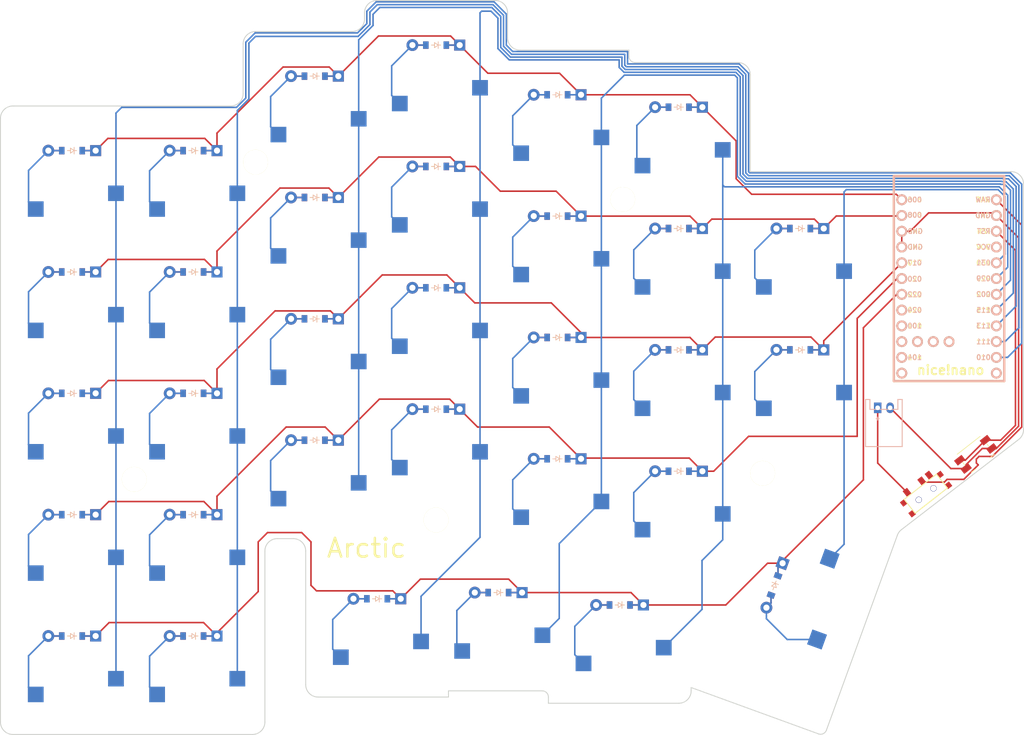
<source format=kicad_pcb>
(kicad_pcb (version 20240108) (generator "pcbnew") (generator_version "8.0")
  (title_block (title "left") (rev "v1.0.0") (company "yaessus"))
  (layers (0 "F.Cu" signal) (31 "B.Cu" signal) (34 "B.Paste" user) (35 "F.Paste" user) (36 "B.SilkS" user "B.Silkscreen") (37 "F.SilkS" user "F.Silkscreen") (38 "B.Mask" user) (39 "F.Mask" user) (44 "Edge.Cuts" user))
  (net 0 "")
  (net 1 "P010")
  (net 2 "actions_modifiers")
  (net 3 "actions_bottom")
  (net 4 "actions_home")
  (net 5 "actions_top")
  (net 6 "actions_numbers")
  (net 7 "P111")
  (net 8 "pinky_modifiers")
  (net 9 "pinky_bottom")
  (net 10 "pinky_home")
  (net 11 "pinky_top")
  (net 12 "pinky_numbers")
  (net 13 "P113")
  (net 14 "ring_bottom")
  (net 15 "ring_home")
  (net 16 "ring_top")
  (net 17 "ring_numbers")
  (net 18 "P115")
  (net 19 "middle_bottom")
  (net 20 "middle_home")
  (net 21 "middle_top")
  (net 22 "middle_numbers")
  (net 23 "P002")
  (net 24 "index_bottom")
  (net 25 "index_home")
  (net 26 "index_top")
  (net 27 "index_numbers")
  (net 28 "P029")
  (net 29 "inner_bottom")
  (net 30 "inner_home")
  (net 31 "inner_top")
  (net 32 "inner_numbers")
  (net 33 "P031")
  (net 34 "special_home")
  (net 35 "special_top")
  (net 36 "back_thumb")
  (net 37 "middle_thumb")
  (net 38 "space_thumb")
  (net 39 "forward_thumb")
  (net 40 "P022")
  (net 41 "P020")
  (net 42 "P017")
  (net 43 "P008")
  (net 44 "P006")
  (net 45 "RAW")
  (net 46 "GND")
  (net 47 "RST")
  (net 48 "VCC")
  (net 49 "P009")
  (net 50 "P024")
  (net 51 "P100")
  (net 52 "P011")
  (net 53 "P104")
  (net 54 "P106")
  (net 55 "P101")
  (net 56 "P102")
  (net 57 "P107")
  (net 58 "pos")
  (footprint "E73:SPDT_C128955" (layer "F.Cu") (at 237.6 122.8 -142)
    (property "Reference" "T1" (hide yes))
    (property "Value" "" (hide yes))
  )
  (footprint "ComboDiode" (layer "F.Cu") (at 158.65 89.566667 180)
    (property "Reference" "D16" (hide yes))
    (property "Value" "" (hide yes))
  )
  (footprint "ComboDiode" (layer "F.Cu") (at 100 87.016667 180)
    (property "Reference" "D4" (hide yes))
    (property "Value" "" (hide yes))
  )
  (footprint "ComboDiode" (layer "F.Cu") (at 139.1 75.016667 180)
    (property "Reference" "D13" (hide yes))
    (property "Value" "" (hide yes))
  )
  (footprint "ComboDiode" (layer "F.Cu") (at 197.75 60.466667 180)
    (property "Reference" "D26" (hide yes))
    (property "Value" "" (hide yes))
  )
  (footprint "ComboDiode" (layer "F.Cu") (at 100 67.466667 180)
    (property "Reference" "D5" (hide yes))
    (property "Value" "" (hide yes))
  )
  (footprint "ComboDiode" (layer "F.Cu") (at 158.65 70.016667 180)
    (property "Reference" "D17" (hide yes))
    (property "Value" "" (hide yes))
  )
  (footprint "JST_PH_S2B-PH-K_02x2.00mm_Angled" (layer "F.Cu") (at 230.8 108.9)
    (property "Reference" "JST1" (hide yes))
    (property "Value" "" (hide yes))
  )
  (footprint "MX" (layer "F.Cu") (at 100 110.9 180)
    (property "Reference" "S3" (hide yes))
    (property "Value" "" (hide yes))
  )
  (footprint "nice_nano" (layer "F.Cu") (at 241.3 89.35 -90)
    (property "Reference" "MCU1" (hide yes))
    (property "Value" "nice_nano" (hide yes))
  )
  (footprint "ComboDiode" (layer "F.Cu") (at 158.65 109.116667 180)
    (property "Reference" "D15" (hide yes))
    (property "Value" "" (hide yes))
  )
  (footprint "MX" (layer "F.Cu") (at 139.1 59.8 180)
    (property "Reference" "S14" (hide yes))
    (property "Value" "" (hide yes))
  )
  (footprint "ComboDiode" (layer "F.Cu") (at 100 126.116667 180)
    (property "Reference" "D2" (hide yes))
    (property "Value" "" (hide yes))
  )
  (footprint "ComboDiode" (layer "F.Cu") (at 197.75 80.016667 180)
    (property "Reference" "D25" (hide yes))
    (property "Value" "" (hide yes))
  )
  (footprint "ComboDiode" (layer "F.Cu") (at 178.2 97.566667 180)
    (property "Reference" "D20" (hide yes))
    (property "Value" "" (hide yes))
  )
  (footprint "MX" (layer "F.Cu") (at 188.25 145 180)
    (property "Reference" "S31" (hide yes))
    (property "Value" "" (hide yes))
  )
  (footprint "ComboDiode" (layer "F.Cu") (at 217.3 99.566667 180)
    (property "Reference" "D27" (hide yes))
    (property "Value" "" (hide yes))
  )
  (footprint "MX" (layer "F.Cu") (at 119.55 130.45 180)
    (property "Reference" "S7" (hide yes))
    (property "Value" "" (hide yes))
  )
  (footprint "ComboDiode" (layer "F.Cu") (at 168.7 138.666667 180)
    (property "Reference" "D30" (hide yes))
    (property "Value" "" (hide yes))
  )
  (footprint "ComboDiode" (layer "F.Cu") (at 217.3 80.016667 180)
    (property "Reference" "D28" (hide yes))
    (property "Value" "" (hide yes))
  )
  (footprint "HOLE_M2_TH" (layer "F.Cu") (at 158.65 126.975)
    (property "Reference" "")
    (property "Value" "")
  )
  (footprint "MX" (layer "F.Cu") (at 100 150 180)
    (property "Reference" "S1" (hide yes))
    (property "Value" "" (hide yes))
  )
  (footprint "MX" (layer "F.Cu") (at 217.3 103.9 180)
    (property "Reference" "S27" (hide yes))
    (property "Value" "" (hide yes))
  )
  (footprint "MX" (layer "F.Cu") (at 197.75 123.45 180)
    (property "Reference" "S23" (hide yes))
    (property "Value" "" (hide yes))
  )
  (footprint "ComboDiode" (layer "F.Cu") (at 149.15 139.666667 180)
    (property "Reference" "D29" (hide yes))
    (property "Value" "" (hide yes))
  )
  (footprint "ComboDiode" (layer "F.Cu") (at 119.55 106.566667 180)
    (property "Reference" "D8" (hide yes))
    (property "Value" "" (hide yes))
  )
  (footprint "MX" (layer "F.Cu") (at 217.3 84.35 180)
    (property "Reference" "S28" (hide yes))
    (property "Value" "" (hide yes))
  )
  (footprint "MX" (layer "F.Cu") (at 139.1 118.45 180)
    (property "Reference" "S11" (hide yes))
    (property "Value" "" (hide yes))
  )
  (footprint "MX" (layer "F.Cu") (at 168.7 143 180)
    (property "Reference" "S30" (hide yes))
    (property "Value" "" (hide yes))
  )
  (footprint "MX" (layer "F.Cu") (at 178.2 82.35 180)
    (property "Reference" "S21" (hide yes))
    (property "Value" "" (hide yes))
  )
  (footprint "ComboDiode" (layer "F.Cu") (at 119.55 87.016667 180)
    (property "Reference" "D9" (hide yes))
    (property "Value" "" (hide yes))
  )
  (footprint "MX" (layer "F.Cu") (at 217.25 139 -110)
    (property "Reference" "S32" (hide yes))
    (property "Value" "" (hide yes))
  )
  (footprint "HOLE_M2_TH" (layer "F.Cu") (at 129.575 69.325)
    (property "Reference" "")
    (property "Value" "")
  )
  (footprint "ComboDiode" (layer "F.Cu") (at 119.55 145.666667 180)
    (property "Reference" "D6" (hide yes))
    (property "Value" "" (hide yes))
  )
  (footprint "ComboDiode" (layer "F.Cu") (at 178.2 78.016667 180)
    (property "Reference" "D21" (hide yes))
    (property "Value" "" (hide yes))
  )
  (footprint "ComboDiode" (layer "F.Cu") (at 178.2 117.116667 180)
    (property "Reference" "D19" (hide yes))
    (property "Value" "" (hide yes))
  )
  (footprint "HOLE_M2_TH" (layer "F.Cu") (at 110.025 120.425)
    (property "Reference" "")
    (property "Value" "")
  )
  (footprint "ComboDiode" (layer "F.Cu") (at 197.75 99.566667 180)
    (property "Reference" "D24" (hide yes))
    (property "Value" "" (hide yes))
  )
  (footprint "MX" (layer "F.Cu") (at 158.65 54.8 180)
    (property "Reference" "S18" (hide yes))
    (property "Value" "" (hide yes))
  )
  (footprint "MX" (layer "F.Cu") (at 119.55 150 180)
    (property "Reference" "S6" (hide yes))
    (property "Value" "" (hide yes))
  )
  (footprint "ComboDiode" (layer "F.Cu") (at 158.65 50.466667 180)
    (property "Reference" "D18" (hide yes))
    (property "Value" "" (hide yes))
  )
  (footprint "ComboDiode" (layer "F.Cu") (at 119.55 67.466667 180)
    (property "Reference" "D10" (hide yes))
    (property "Value" "" (hide yes))
  )
  (footprint "MX" (layer "F.Cu") (at 100 130.45 180)
    (property "Reference" "S2" (hide yes))
    (property "Value" "" (hide yes))
  )
  (footprint "ComboDiode" (layer "F.Cu") (at 139.1 114.116667 180)
    (property "Reference" "D11" (hide yes))
    (property "Value" "" (hide yes))
  )
  (footprint "MX" (layer "F.Cu") (at 119.55 71.8 180)
    (property "Reference" "S10" (hide yes))
    (property "Value" "" (hide yes))
  )
  (footprint "MX" (layer "F.Cu") (at 178.2 62.8 180)
    (property "Reference" "S22" (hide yes))
    (property "Value" "" (hide yes))
  )
  (footprint "MX" (layer "F.Cu") (at 178.2 101.9 180)
    (property "Reference" "S20" (hide yes))
    (property "Value" "" (hide yes))
  )
  (footprint "MX" (layer "F.Cu") (at 158.65 74.35 180)
    (property "Reference" "S17" (hide yes))
    (property "Value" "" (hide yes))
  )
  (footprint "MX" (layer "F.Cu") (at 158.65 113.45 180)
    (property "Reference" "S15" (hide yes))
    (property "Value" "" (hide yes))
  )
  (footprint "MX" (layer "F.Cu") (at 139.1 79.35 180)
    (property "Reference" "S13" (hide yes))
    (property "Value" "" (hide yes))
  )
  (footprint "ComboDiode" (layer "F.Cu") (at 178.2 58.466667 180)
    (property "Reference" "D22" (hide yes))
    (property "Value" "" (hide yes))
  )
  (footprint "Panasonic_EVQPUL_EVQPUC" (layer "F.Cu") (at 245.6 116.4 -142)
    (property "Reference" "B1" (hide yes))
    (property "Value" "Panasonic_EVQPUL_EVQPUC" (hide yes))
  )
  (footprint "ComboDiode" (layer "F.Cu") (at 197.75 119.116667 180)
    (property "Reference" "D23" (hide yes))
    (property "Value" "" (hide yes))
  )
  (footprint "MX" (layer "F.Cu") (at 158.65 93.9 180)
    (property "Reference" "S16" (hide yes))
    (property "Value" "" (hide yes))
  )
  (footprint "MX" (layer "F.Cu") (at 100 71.8 180)
    (property "Reference" "S5" (hide yes))
    (property "Value" "" (hide yes))
  )
  (footprint "ComboDiode" (layer "F.Cu") (at 139.1 94.566667 180)
    (property "Reference" "D12" (hide yes))
    (property "Value" "" (hide yes))
  )
  (footprint "ComboDiode" (layer "F.Cu") (at 100 106.566667 180)
    (property "Reference" "D3" (hide yes))
    (property "Value" "" (hide yes))
  )
  (footprint "HOLE_M2_TH" (layer "F.Cu") (at 188.725 75.325)
    (property "Reference" "")
    (property "Value" "")
  )
  (footprint "MX" (layer "F.Cu") (at 119.55 91.35 180)
    (property "Reference" "S9" (hide yes))
    (property "Value" "" (hide yes))
  )
  (footprint "MX" (layer "F.Cu") (at 139.1 98.9 180)
    (property "Reference" "S12" (hide yes))
    (property "Value" "" (hide yes))
  )
  (footprint "MX" (layer "F.Cu") (at 100 91.35 180)
    (property "Reference" "S4" (hide yes))
    (property "Value" "" (hide yes))
  )
  (footprint "MX" (layer "F.Cu") (at 197.75 64.8 180)
    (property "Reference" "S26" (hide yes))
    (property "Value" "" (hide yes))
  )
  (footprint "ComboDiode" (layer "F.Cu") (at 119.55 126.116667 180)
    (property "Reference" "D7" (hide yes))
    (property "Value" "" (hide yes))
  )
  (footprint "ComboDiode" (layer "F.Cu") (at 213.177999 137.517913 -110)
    (property "Reference" "D32" (hide yes))
    (property "Value" "" (hide yes))
  )
  (footprint "ComboDiode" (layer "F.Cu") (at 139.1 55.466667 180)
    (property "Reference" "D14" (hide yes))
    (property "Value" "" (hide yes))
  )
  (footprint "MX" (layer "F.Cu") (at 119.55 110.9 180)
    (property "Reference" "S8" (hide yes))
    (property "Value" "" (hide yes))
  )
  (footprint "MX" (layer "F.Cu") (at 178.2 121.45 180)
    (property "Reference" "S19" (hide yes))
    (property "Value" "" (hide yes))
  )
  (footprint "ComboDiode" (layer "F.Cu") (at 188.25 140.666667 180)
    (property "Reference" "D31" (hide yes))
    (property "Value" "" (hide yes))
  )
  (footprint "MX" (layer "F.Cu") (at 197.75 84.35 180)
    (property "Reference" "S25" (hide yes))
    (property "Value" "" (hide yes))
  )
  (footprint "MX" (layer "F.Cu") (at 149.15 144 180)
    (property "Reference" "S29" (hide yes))
    (property "Value" "" (hide yes))
  )
  (footprint "HOLE_M2_TH" (layer "F.Cu") (at 211.275 119.45)
    (property "Reference" "")
    (property "Value" "")
  )
  (footprint "ComboDiode" (layer "F.Cu") (at 100 145.666667 180)
    (property "Reference" "D1" (hide yes))
    (property "Value" "" (hide yes))
  )
  (footprint "MX" (layer "F.Cu") (at 197.75 103.9 180)
    (property "Reference" "S24" (hide yes))
    (property "Value" "" (hide yes))
  )
  (gr_arc (start 127.575 58.275) (mid 126.989214 59.689214) (end 125.575 60.275) (stroke (width 0.15)) (layer "Edge.Cuts"))
  (gr_arc (start 127.575 50.275) (mid 128.160786 48.860786) (end 129.575 48.275) (stroke (width 0.15)) (layer "Edge.Cuts"))
  (gr_line (start 251.3 70.85) (end 209.275156 70.85) (stroke (width 0.15)) (layer "Edge.Cuts"))
  (gr_line (start 170.175 49.275) (end 170.175 45.275) (stroke (width 0.15)) (layer "Edge.Cuts"))
  (gr_line (start 160.65 155.5) (end 160.65 154.5) (stroke (width 0.15)) (layer "Edge.Cuts"))
  (gr_line (start 176.75 155.5) (end 176.75 156.5) (stroke (width 0.15)) (layer "Edge.Cuts"))
  (gr_arc (start 253.3 112.415173) (mid 253.094266 113.298694) (end 252.519391 114.000444) (stroke (width 0.15)) (layer "Edge.Cuts"))
  (gr_line (start 221.540981 160.834376) (end 232.971013 129.430623) (stroke (width 0.15)) (layer "Edge.Cuts"))
  (gr_arc (start 168.175 43.275) (mid 169.589214 43.860786) (end 170.175 45.275) (stroke (width 0.15)) (layer "Edge.Cuts"))
  (gr_line (start 147.125 45.275) (end 147.125 46.275) (stroke (width 0.15)) (layer "Edge.Cuts"))
  (gr_line (start 137.65 131.975) (end 137.65 153.5) (stroke (width 0.15)) (layer "Edge.Cuts"))
  (gr_line (start 131.075 159.525) (end 131.075 131.975) (stroke (width 0.15)) (layer "Edge.Cuts"))
  (gr_arc (start 90.475 161.525) (mid 89.060786 160.939214) (end 88.475 159.525) (stroke (width 0.15)) (layer "Edge.Cuts"))
  (gr_line (start 176.75 156.5) (end 197.75 156.5) (stroke (width 0.15)) (layer "Edge.Cuts"))
  (gr_arc (start 175.75 154.5) (mid 176.457107 154.792893) (end 176.75 155.5) (stroke (width 0.15)) (layer "Edge.Cuts"))
  (gr_arc (start 172.175 51.275) (mid 170.760786 50.689214) (end 170.175 49.275) (stroke (width 0.15)) (layer "Edge.Cuts"))
  (gr_line (start 189.725 52.275) (end 189.725 51.275) (stroke (width 0.15)) (layer "Edge.Cuts"))
  (gr_line (start 189.725 51.275) (end 172.175 51.275) (stroke (width 0.15)) (layer "Edge.Cuts"))
  (gr_line (start 90.475 60.275) (end 125.575 60.275) (stroke (width 0.15)) (layer "Edge.Cuts"))
  (gr_arc (start 232.971012 129.430622) (mid 233.236812 128.932993) (end 233.631007 128.529391) (stroke (width 0.15)) (layer "Edge.Cuts"))
  (gr_line (start 233.631007 128.529391) (end 252.519391 114.000444) (stroke (width 0.15)) (layer "Edge.Cuts"))
  (gr_line (start 209.275 70.825) (end 209.275 55.275) (stroke (width 0.15)) (layer "Edge.Cuts"))
  (gr_arc (start 207.275 53.275) (mid 208.689214 53.860786) (end 209.275 55.275) (stroke (width 0.15)) (layer "Edge.Cuts"))
  (gr_line (start 253.3 112.415173) (end 253.3 72.85) (stroke (width 0.15)) (layer "Edge.Cuts"))
  (gr_arc (start 199.75 154.5) (mid 199.164214 155.914214) (end 197.75 156.5) (stroke (width 0.15)) (layer "Edge.Cuts"))
  (gr_line (start 199.75 154.5) (end 199.75 153.967285) (stroke (width 0.15)) (layer "Edge.Cuts"))
  (gr_arc (start 135.65 129.975) (mid 137.064214 130.560786) (end 137.65 131.975) (stroke (width 0.15)) (layer "Edge.Cuts"))
  (gr_line (start 127.575 50.275) (end 127.575 58.275) (stroke (width 0.15)) (layer "Edge.Cuts"))
  (gr_arc (start 221.540982 160.834376) (mid 221.023908 161.398664) (end 220.259269 161.432049) (stroke (width 0.15)) (layer "Edge.Cuts"))
  (gr_arc (start 147.125 46.275) (mid 146.539214 47.689214) (end 145.125 48.275) (stroke (width 0.15)) (layer "Edge.Cuts"))
  (gr_line (start 139.65 155.5) (end 160.65 155.5) (stroke (width 0.15)) (layer "Edge.Cuts"))
  (gr_arc (start 131.075 131.975) (mid 131.660786 130.560786) (end 133.075 129.975) (stroke (width 0.15)) (layer "Edge.Cuts"))
  (gr_line (start 133.075 129.975) (end 135.65 129.975) (stroke (width 0.15)) (layer "Edge.Cuts"))
  (gr_line (start 145.125 48.275) (end 129.575 48.275) (stroke (width 0.15)) (layer "Edge.Cuts"))
  (gr_line (start 160.65 154.5) (end 175.75 154.5) (stroke (width 0.15)) (layer "Edge.Cuts"))
  (gr_arc (start 88.475 62.275) (mid 89.060786 60.860786) (end 90.475 60.275) (stroke (width 0.15)) (layer "Edge.Cuts"))
  (gr_arc (start 251.3 70.85) (mid 252.714214 71.435786) (end 253.3 72.85) (stroke (width 0.15)) (layer "Edge.Cuts"))
  (gr_line (start 168.175 43.275) (end 149.125 43.275) (stroke (width 0.15)) (layer "Edge.Cuts"))
  (gr_arc (start 147.125 45.275) (mid 147.710786 43.860786) (end 149.125 43.275) (stroke (width 0.15)) (layer "Edge.Cuts"))
  (gr_line (start 88.475 159.525) (end 88.475 62.275) (stroke (width 0.15)) (layer "Edge.Cuts"))
  (gr_arc (start 209.275156 70.85) (mid 209.275039 70.8375) (end 209.275 70.825) (stroke (width 0.15)) (layer "Edge.Cuts"))
  (gr_arc (start 190.725 53.275) (mid 190.017893 52.982107) (end 189.725 52.275) (stroke (width 0.15)) (layer "Edge.Cuts"))
  (gr_line (start 199.75 153.967285) (end 220.259269 161.432049) (stroke (width 0.15)) (layer "Edge.Cuts"))
  (gr_arc (start 139.65 155.5) (mid 138.235786 154.914214) (end 137.65 153.5) (stroke (width 0.15)) (layer "Edge.Cuts"))
  (gr_arc (start 131.075 159.525) (mid 130.489214 160.939214) (end 129.075 161.525) (stroke (width 0.15)) (layer "Edge.Cuts"))
  (gr_line (start 90.475 161.525) (end 129.075 161.525) (stroke (width 0.15)) (layer "Edge.Cuts"))
  (gr_line (start 207.275 53.275) (end 190.725 53.275) (stroke (width 0.15)) (layer "Edge.Cuts"))
  (gr_text "Arctic" (at 140.816667 131.5 0) (layer "F.SilkS") (effects (font (size 3 3) (thickness 0.4)) (justify left)))
  (segment (start 209 70.864002) (end 209.185998 71.05) (width 0.25) (layer "B.Cu") (net 1))
  (segment (start 107.085 61.415) (end 108 60.5) (width 0.25) (layer "B.Cu") (net 1))
  (segment (start 189.5 51.5) (end 189.5 53.5) (width 0.25) (layer "B.Cu") (net 1))
  (segment (start 146.686347 47.836347) (end 146.833646 47.666354) (width 0.25) (layer "B.Cu") (net 1))
  (segment (start 207.5 53.5) (end 209 55) (width 0.25) (layer "B.Cu") (net 1))
  (segment (start 146.833646 47.666354) (end 147.5 47) (width 0.25) (layer "B.Cu") (net 1))
  (segment (start 251.186396 71.05) (end 253 72.863604) (width 0.25) (layer "B.Cu") (net 1))
  (segment (start 129.5 48.5) (end 146 48.5) (width 0.25) (layer "B.Cu") (net 1))
  (segment (start 128 59) (end 128 50) (width 0.25) (layer "B.Cu") (net 1))
  (segment (start 149 43.5) (end 168 43.5) (width 0.25) (layer "B.Cu") (net 1))
  (segment (start 169.97281 45.50219) (end 169.97281 50.47281) (width 0.25) (layer "B.Cu") (net 1))
  (segment (start 107.085 132.99) (end 107.085 113.44) (width 0.25) (layer "B.Cu") (net 1))
  (segment (start 168 43.5) (end 169.975 45.475) (width 0.25) (layer "B.Cu") (net 1))
  (segment (start 146 48.5) (end 146.516354 47.983646) (width 0.25) (layer "B.Cu") (net 1))
  (segment (start 146.516354 47.983646) (end 146.686347 47.836347) (width 0.25) (layer "B.Cu") (net 1))
  (segment (start 169.975 45.5) (end 169.97281 45.50219) (width 0.25) (layer "B.Cu") (net 1))
  (segment (start 108 60.5) (end 126.5 60.5) (width 0.25) (layer "B.Cu") (net 1))
  (segment (start 253 72.863604) (end 253 98.5) (width 0.25) (layer "B.Cu") (net 1))
  (segment (start 169.975 45.475) (end 169.975 45.5) (width 0.25) (layer "B.Cu") (net 1))
  (segment (start 147.5 47) (end 147.5 45) (width 0.25) (layer "B.Cu") (net 1))
  (segment (start 171 51.5) (end 189.5 51.5) (width 0.25) (layer "B.Cu") (net 1))
  (segment (start 126.5 60.5) (end 128 59) (width 0.25) (layer "B.Cu") (net 1))
  (segment (start 107.085 113.44) (end 107.085 93.89) (width 0.25) (layer "B.Cu") (net 1))
  (segment (start 107.085 93.89) (end 107.085 74.34) (width 0.25) (layer "B.Cu") (net 1))
  (segment (start 209 55) (end 209 70.864002) (width 0.25) (layer "B.Cu") (net 1))
  (segment (start 189.5 53.5) (end 207.5 53.5) (width 0.25) (layer "B.Cu") (net 1))
  (segment (start 147.5 45) (end 149 43.5) (width 0.25) (layer "B.Cu") (net 1))
  (segment (start 250.72 100.78) (end 248.92 100.78) (width 0.25) (layer "B.Cu") (net 1))
  (segment (start 107.085 74.34) (end 107.085 61.415) (width 0.25) (layer "B.Cu") (net 1))
  (segment (start 253 98.5) (end 250.72 100.78) (width 0.25) (layer "B.Cu") (net 1))
  (segment (start 169.97281 50.47281) (end 171 51.5) (width 0.25) (layer "B.Cu") (net 1))
  (segment (start 128 50) (end 129.5 48.5) (width 0.25) (layer "B.Cu") (net 1))
  (segment (start 107.085 152.54) (end 107.085 132.99) (width 0.25) (layer "B.Cu") (net 1))
  (segment (start 209.185998 71.05) (end 251.186396 71.05) (width 0.25) (layer "B.Cu") (net 1))
  (segment (start 98.35 145.666667) (end 96.19 145.666667) (width 0.25) (layer "F.Cu") (net 2))
  (segment (start 96.19 145.666667) (end 98.35 145.666667) (width 0.25) (layer "B.Cu") (net 2))
  (segment (start 93 153.922) (end 93 148.856667) (width 0.25) (layer "B.Cu") (net 2))
  (segment (start 93 148.856667) (end 96.19 145.666667) (width 0.25) (layer "B.Cu") (net 2))
  (segment (start 94.158 155.08) (end 93 153.922) (width 0.25) (layer "B.Cu") (net 2))
  (segment (start 98.35 126.116667) (end 96.19 126.116667) (width 0.25) (layer "F.Cu") (net 3))
  (segment (start 94.158 135.53) (end 93 134.372) (width 0.25) (layer "B.Cu") (net 3))
  (segment (start 93 134.372) (end 93 129.306667) (width 0.25) (layer "B.Cu") (net 3))
  (segment (start 93 129.306667) (end 96.19 126.116667) (width 0.25) (layer "B.Cu") (net 3))
  (segment (start 96.19 126.116667) (end 98.35 126.116667) (width 0.25) (layer "B.Cu") (net 3))
  (segment (start 98.35 106.566667) (end 96.19 106.566667) (width 0.25) (layer "F.Cu") (net 4))
  (segment (start 93 109.756667) (end 96.19 106.566667) (width 0.25) (layer "B.Cu") (net 4))
  (segment (start 96.19 106.566667) (end 98.35 106.566667) (width 0.25) (layer "B.Cu") (net 4))
  (segment (start 94.158 115.98) (end 93 114.822) (width 0.25) (layer "B.Cu") (net 4))
  (segment (start 93 114.822) (end 93 109.756667) (width 0.25) (layer "B.Cu") (net 4))
  (segment (start 96.19 87.016667) (end 98.35 87.016667) (width 0.25) (layer "F.Cu") (net 5))
  (segment (start 93 95.272) (end 93 90.206667) (width 0.25) (layer "B.Cu") (net 5))
  (segment (start 96.19 87.016667) (end 98.35 87.016667) (width 0.25) (layer "B.Cu") (net 5))
  (segment (start 94.158 96.43) (end 93 95.272) (width 0.25) (layer "B.Cu") (net 5))
  (segment (start 93 90.206667) (end 96.19 87.016667) (width 0.25) (layer "B.Cu") (net 5))
  (segment (start 96.19 67.466667) (end 98.35 67.466667) (width 0.25) (layer "F.Cu") (net 6))
  (segment (start 94.158 76.88) (end 93 75.722) (width 0.25) (layer "B.Cu") (net 6))
  (segment (start 93 75.722) (end 93 70.656667) (width 0.25) (layer "B.Cu") (net 6))
  (segment (start 93 70.656667) (end 96.19 67.466667) (width 0.25) (layer "B.Cu") (net 6))
  (segment (start 96.19 67.466667) (end 98.35 67.466667) (width 0.25) (layer "B.Cu") (net 6))
  (segment (start 167.813604 43.95) (end 169.52281 45.659206) (width 0.25) (layer "B.Cu") (net 7))
  (segment (start 169.52281 50.659206) (end 170.813604 51.95) (width 0.25) (layer "B.Cu") (net 7))
  (segment (start 129.568198 49.068198) (end 146.092518 49.068198) (width 0.25) (layer "B.Cu") (net 7))
  (segment (start 189.05 53.686396) (end 189.313604 53.95) (width 0.25) (layer "B.Cu") (net 7))
  (segment (start 149.186396 43.95) (end 167.813604 43.95) (width 0.25) (layer "B.Cu") (net 7))
  (segment (start 148 45.136396) (end 149.186396 43.95) (width 0.25) (layer "B.Cu") (net 7))
  (segment (start 170.813604 51.95) (end 189.05 51.95) (width 0.25) (layer "B.Cu") (net 7))
  (segment (start 126.635 61.001396) (end 128.5 59.136396) (width 0.25) (layer "B.Cu") (net 7))
  (segment (start 252.55 96) (end 250.31 98.24) (width 0.25) (layer "B.Cu") (net 7))
  (segment (start 126.635 93.89) (end 126.635 74.34) (width 0.25) (layer "B.Cu") (net 7))
  (segment (start 207.313604 53.95) (end 208.55 55.186396) (width 0.25) (layer "B.Cu") (net 7))
  (segment (start 208.55 55.186396) (end 208.55 71.050398) (width 0.25) (layer "B.Cu") (net 7))
  (segment (start 126.635 132.99) (end 126.635 113.44) (width 0.25) (layer "B.Cu") (net 7))
  (segment (start 208.999602 71.5) (end 251 71.5) (width 0.25) (layer "B.Cu") (net 7))
  (segment (start 208.55 71.050398) (end 208.999602 71.5) (width 0.25) (layer "B.Cu") (net 7))
  (segment (start 126.635 74.34) (end 126.635 61.001396) (width 0.25) (layer "B.Cu") (net 7))
  (segment (start 250.31 98.24) (end 248.92 98.24) (width 0.25) (layer "B.Cu") (net 7))
  (segment (start 148 47.160716) (end 148 45.136396) (width 0.25) (layer "B.Cu") (net 7))
  (segment (start 252.55 73.05) (end 252.55 96) (width 0.25) (layer "B.Cu") (net 7))
  (segment (start 189.313604 53.95) (end 207.313604 53.95) (width 0.25) (layer "B.Cu") (net 7))
  (segment (start 126.635 152.54) (end 126.635 132.99) (width 0.25) (layer "B.Cu") (net 7))
  (segment (start 251 71.5) (end 252.55 73.05) (width 0.25) (layer "B.Cu") (net 7))
  (segment (start 128.5 59.136396) (end 128.5 50.136396) (width 0.25) (layer "B.Cu") (net 7))
  (segment (start 169.52281 45.659206) (end 169.52281 50.659206) (width 0.25) (layer "B.Cu") (net 7))
  (segment (start 128.5 50.136396) (end 129.568198 49.068198) (width 0.25) (layer "B.Cu") (net 7))
  (segment (start 126.635 113.44) (end 126.635 93.89) (width 0.25) (layer "B.Cu") (net 7))
  (segment (start 146.092518 49.068198) (end 148 47.160716) (width 0.25) (layer "B.Cu") (net 7))
  (segment (start 189.05 51.95) (end 189.05 53.686396) (width 0.25) (layer "B.Cu") (net 7))
  (segment (start 117.9 145.666667) (end 115.74 145.666667) (width 0.25) (layer "F.Cu") (net 8))
  (segment (start 117.9 145.666667) (end 115.74 145.666667) (width 0.25) (layer "B.Cu") (net 8))
  (segment (start 112.5 148.906667) (end 115.74 145.666667) (width 0.25) (layer "B.Cu") (net 8))
  (segment (start 113.708 155.08) (end 112.5 153.872) (width 0.25) (layer "B.Cu") (net 8))
  (segment (start 112.5 153.872) (end 112.5 148.906667) (width 0.25) (layer "B.Cu") (net 8))
  (segment (start 117.9 126.116667) (end 115.74 126.116667) (width 0.25) (layer "F.Cu") (net 9))
  (segment (start 112.5 134.322) (end 112.5 129.356667) (width 0.25) (layer "B.Cu") (net 9))
  (segment (start 115.74 126.116667) (end 117.9 126.116667) (width 0.25) (layer "B.Cu") (net 9))
  (segment (start 112.5 129.356667) (end 115.74 126.116667) (width 0.25) (layer "B.Cu") (net 9))
  (segment (start 113.708 135.53) (end 112.5 134.322) (width 0.25) (layer "B.Cu") (net 9))
  (segment (start 117.9 106.566667) (end 115.74 106.566667) (width 0.25) (layer "F.Cu") (net 10))
  (segment (start 112.5 114.772) (end 112.5 109.806667) (width 0.25) (layer "B.Cu") (net 10))
  (segment (start 115.74 106.566667) (end 117.9 106.566667) (width 0.25) (layer "B.Cu") (net 10))
  (segment (start 113.708 115.98) (end 112.5 114.772) (width 0.25) (layer "B.Cu") (net 10))
  (segment (start 112.5 109.806667) (end 115.74 106.566667) (width 0.25) (layer "B.Cu") (net 10))
  (segment (start 117.9 87.016667) (end 115.74 87.016667) (width 0.25) (layer "F.Cu") (net 11))
  (segment (start 112.5 95.222) (end 112.5 90.256667) (width 0.25) (layer "B.Cu") (net 11))
  (segment (start 115.74 87.016667) (end 117.9 87.016667) (width 0.25) (layer "B.Cu") (net 11))
  (segment (start 112.5 90.256667) (end 115.74 87.016667) (width 0.25) (layer "B.Cu") (net 11))
  (segment (start 113.708 96.43) (end 112.5 95.222) (width 0.25) (layer "B.Cu") (net 11))
  (segment (start 117.9 67.466667) (end 115.74 67.466667) (width 0.25) (layer "F.Cu") (net 12))
  (segment (start 113.708 76.88) (end 112.5 75.672) (width 0.25) (layer "B.Cu") (net 12))
  (segment (start 112.5 70.706667) (end 115.74 67.466667) (width 0.25) (layer "B.Cu") (net 12))
  (segment (start 115.74 67.466667) (end 117.9 67.466667) (width 0.25) (layer "B.Cu") (net 12))
  (segment (start 112.5 75.672) (end 112.5 70.706667) (width 0.25) (layer "B.Cu") (net 12))
  (segment (start 149.6 44.4) (end 167.627208 44.4) (width 0.25) (layer "B.Cu") (net 13))
  (segment (start 207.127208 54.4) (end 208.1 55.372792) (width 0.25) (layer "B.Cu") (net 13))
  (segment (start 170.627208 52.4) (end 188.6 52.4) (width 0.25) (layer "B.Cu") (net 13))
  (segment (start 250 72) (end 250.863604 72) (width 0.25) (layer "B.Cu") (net 13))
  (segment (start 188.6 52.4) (end 188.6 53.872792) (width 0.25) (layer "B.Cu") (net 13))
  (segment (start 148.5 45.5) (end 149.6 44.4) (width 0.25) (layer "B.Cu") (net 13))
  (segment (start 249.95 71.95) (end 250 72) (width 0.25) (layer "B.Cu") (net 13))
  (segment (start 252.1 73.236396) (end 252.1 92.52) (width 0.25) (layer "B.Cu") (net 13))
  (segment (start 169.07281 45.845602) (end 169.07281 50.845602) (width 0.25) (layer "B.Cu") (net 13))
  (segment (start 146.185 81.89) (end 146.185 101.44) (width 0.25) (layer "B.Cu") (net 13))
  (segment (start 250.863604 72) (end 252.1 73.236396) (width 0.25) (layer "B.Cu") (net 13))
  (segment (start 146.185 81.89) (end 146.185 62.34) (width 0.25) (layer "B.Cu") (net 13))
  (segment (start 189.127208 54.4) (end 207.127208 54.4) (width 0.25) (layer "B.Cu") (net 13))
  (segment (start 148.5 47.297112) (end 148.5 45.5) (width 0.25) (layer "B.Cu") (net 13))
  (segment (start 146.185 62.34) (end 146.185 49.612112) (width 0.25) (layer "B.Cu") (net 13))
  (segment (start 208.1 71.236794) (end 208.813206 71.95) (width 0.25) (layer "B.Cu") (net 13))
  (segment (start 167.627208 44.4) (end 169.07281 45.845602) (width 0.25) (layer "B.Cu") (net 13))
  (segment (start 188.6 53.872792) (end 189.127208 54.4) (width 0.25) (layer "B.Cu") (net 13))
  (segment (start 169.07281 50.845602) (end 170.627208 52.4) (width 0.25) (layer "B.Cu") (net 13))
  (segment (start 252.1 92.52) (end 248.92 95.7) (width 0.25) (layer "B.Cu") (net 13))
  (segment (start 146.185 120.99) (end 146.185 101.44) (width 0.25) (layer "B.Cu") (net 13))
  (segment (start 208.813206 71.95) (end 249.95 71.95) (width 0.25) (layer "B.Cu") (net 13))
  (segment (start 208.1 55.372792) (end 208.1 71.236794) (width 0.25) (layer "B.Cu") (net 13))
  (segment (start 146.185 49.612112) (end 148.5 47.297112) (width 0.25) (layer "B.Cu") (net 13))
  (segment (start 137.45 114.116667) (end 135.29 114.116667) (width 0.25) (layer "F.Cu") (net 14))
  (segment (start 133.258 123.53) (end 132 122.272) (width 0.25) (layer "B.Cu") (net 14))
  (segment (start 132 122.272) (end 132 117.406667) (width 0.25) (layer "B.Cu") (net 14))
  (segment (start 132 117.406667) (end 135.29 114.116667) (width 0.25) (layer "B.Cu") (net 14))
  (segment (start 137.45 114.116667) (end 135.29 114.116667) (width 0.25) (layer "B.Cu") (net 14))
  (segment (start 137.45 94.566667) (end 135.29 94.566667) (width 0.25) (layer "F.Cu") (net 15))
  (segment (start 132 102.722) (end 132 97.856667) (width 0.25) (layer "B.Cu") (net 15))
  (segment (start 132 97.856667) (end 135.29 94.566667) (width 0.25) (layer "B.Cu") (net 15))
  (segment (start 137.45 94.566667) (end 135.29 94.566667) (width 0.25) (layer "B.Cu") (net 15))
  (segment (start 133.258 103.98) (end 132 102.722) (width 0.25) (layer "B.Cu") (net 15))
  (segment (start 137.45 75.016667) (end 135.29 75.016667) (width 0.25) (layer "F.Cu") (net 16))
  (segment (start 137.45 75.016667) (end 135.29 75.016667) (width 0.25) (layer "B.Cu") (net 16))
  (segment (start 133.258 84.43) (end 132 83.172) (width 0.25) (layer "B.Cu") (net 16))
  (segment (start 132 78.306667) (end 135.29 75.016667) (width 0.25) (layer "B.Cu") (net 16))
  (segment (start 132 83.172) (end 132 78.306667) (width 0.25) (layer "B.Cu") (net 16))
  (segment (start 137.45 55.466667) (end 135.29 55.466667) (width 0.25) (layer "F.Cu") (net 17))
  (segment (start 135.29 55.466667) (end 137.45 55.466667) (width 0.25) (layer "B.Cu") (net 17))
  (segment (start 132 63.622) (end 132 58.756667) (width 0.25) (layer "B.Cu") (net 17))
  (segment (start 133.258 64.88) (end 132 63.622) (width 0.25) (layer "B.Cu") (net 17))
  (segment (start 132 58.756667) (end 135.29 55.466667) (width 0.25) (layer "B.Cu") (net 17))
  (segment (start 165.735 129.765) (end 165.735 115.99) (width 0.25) (layer "B.Cu") (net 18))
  (segment (start 165.735 57.34) (end 165.735 45.265) (width 0.25) (layer "B.Cu") (net 18))
  (segment (start 165.735 76.89) (end 165.735 57.34) (width 0.25) (layer "B.Cu") (net 18))
  (segment (start 165.735 45.265) (end 166 45) (width 0.25) (layer "B.Cu") (net 18))
  (segment (start 207.65 55.559188) (end 207.65 71.42319) (width 0.25) (layer "B.Cu") (net 18))
  (segment (start 249.813604 72.45) (end 250.45 72.45) (width 0.25) (layer "B.Cu") (net 18))
  (segment (start 156.235 139.265) (end 165.735 129.765) (width 0.25) (layer "B.Cu") (net 18))
  (segment (start 165.735 96.44) (end 165.735 76.89) (width 0.25) (layer "B.Cu") (net 18))
  (segment (start 188.940812 54.85) (end 206.940812 54.85) (width 0.25) (layer "B.Cu") (net 18))
  (segment (start 170.440812 52.85) (end 188.15 52.85) (width 0.25) (layer "B.Cu") (net 18))
  (segment (start 249.763604 72.4) (end 249.813604 72.45) (width 0.25) (layer "B.Cu") (net 18))
  (segment (start 168.62281 46.12281) (end 168.62281 51.031998) (width 0.25) (layer "B.Cu") (net 18))
  (segment (start 206.940812 54.85) (end 207.65 55.559188) (width 0.25) (layer "B.Cu") (net 18))
  (segment (start 188.15 54.059188) (end 188.940812 54.85) (width 0.25) (layer "B.Cu") (net 18))
  (segment (start 208.62681 72.4) (end 249.763604 72.4) (width 0.25) (layer "B.Cu") (net 18))
  (segment (start 207.65 71.42319) (end 208.62681 72.4) (width 0.25) (layer "B.Cu") (net 18))
  (segment (start 251.65 90.43) (end 248.92 93.16) (width 0.25) (layer "B.Cu") (net 18))
  (segment (start 167.5 45) (end 168.62281 46.12281) (width 0.25) (layer "B.Cu") (net 18))
  (segment (start 166 45) (end 167.5 45) (width 0.25) (layer "B.Cu") (net 18))
  (segment (start 168.62281 51.031998) (end 170.440812 52.85) (width 0.25) (layer "B.Cu") (net 18))
  (segment (start 251.65 73.65) (end 251.65 90.43) (width 0.25) (layer "B.Cu") (net 18))
  (segment (start 156.235 146.54) (end 156.235 139.265) (width 0.25) (layer "B.Cu") (net 18))
  (segment (start 165.735 115.99) (end 165.735 96.44) (width 0.25) (layer "B.Cu") (net 18))
  (segment (start 250.45 72.45) (end 251.65 73.65) (width 0.25) (layer "B.Cu") (net 18))
  (segment (start 188.15 52.85) (end 188.15 54.059188) (width 0.25) (layer "B.Cu") (net 18))
  (segment (start 157 109.116667) (end 154.84 109.116667) (width 0.25) (layer "F.Cu") (net 19))
  (segment (start 151.5 117.222) (end 151.5 112.456667) (width 0.25) (layer "B.Cu") (net 19))
  (segment (start 151.5 112.456667) (end 154.84 109.116667) (width 0.25) (layer "B.Cu") (net 19))
  (segment (start 152.808 118.53) (end 151.5 117.222) (width 0.25) (layer "B.Cu") (net 19))
  (segment (start 157 109.116667) (end 154.84 109.116667) (width 0.25) (layer "B.Cu") (net 19))
  (segment (start 157 89.566667) (end 154.84 89.566667) (width 0.25) (layer "F.Cu") (net 20))
  (segment (start 152.808 98.98) (end 151.5 97.672) (width 0.25) (layer "B.Cu") (net 20))
  (segment (start 151.5 97.672) (end 151.5 92.906667) (width 0.25) (layer "B.Cu") (net 20))
  (segment (start 151.5 92.906667) (end 154.84 89.566667) (width 0.25) (layer "B.Cu") (net 20))
  (segment (start 154.84 89.566667) (end 157 89.566667) (width 0.25) (layer "B.Cu") (net 20))
  (segment (start 157 70.016667) (end 154.84 70.016667) (width 0.25) (layer "F.Cu") (net 21))
  (segment (start 151.5 73.356667) (end 154.84 70.016667) (width 0.25) (layer "B.Cu") (net 21))
  (segment (start 154.84 70.016667) (end 157 70.016667) (width 0.25) (layer "B.Cu") (net 21))
  (segment (start 151.5 78.122) (end 151.5 73.356667) (width 0.25) (layer "B.Cu") (net 21))
  (segment (start 152.808 79.43) (end 151.5 78.122) (width 0.25) (layer "B.Cu") (net 21))
  (segment (start 157 50.466667) (end 154.84 50.466667) (width 0.25) (layer "F.Cu") (net 22))
  (segment (start 154.84 50.466667) (end 157 50.466667) (width 0.25) (layer "B.Cu") (net 22))
  (segment (start 151.5 58.572) (end 151.5 53.806667) (width 0.25) (layer "B.Cu") (net 22))
  (segment (start 152.808 59.88) (end 151.5 58.572) (width 0.25) (layer "B.Cu") (net 22))
  (segment (start 151.5 53.806667) (end 154.84 50.466667) (width 0.25) (layer "B.Cu") (net 22))
  (segment (start 185.285 65.34) (end 185.285 59.015) (width 0.25) (layer "B.Cu") (net 23))
  (segment (start 178.5 142.825) (end 178.5 130.775) (width 0.25) (layer "B.Cu") (net 23))
  (segment (start 207.2 71.609586) (end 208.440414 72.85) (width 0.25) (layer "B.Cu") (net 23))
  (segment (start 251.2 73.836396) (end 251.2 88.34) (width 0.25) (layer "B.Cu") (net 23))
  (segment (start 206.754416 55.3) (end 207.2 55.745584) (width 0.25) (layer "B.Cu") (net 23))
  (segment (start 251.2 88.34) (end 248.92 90.62) (width 0.25) (layer "B.Cu") (net 23))
  (segment (start 175.785 145.54) (end 178.5 142.825) (width 0.25) (layer "B.Cu") (net 23))
  (segment (start 189 55.3) (end 206.754416 55.3) (width 0.25) (layer "B.Cu") (net 23))
  (segment (start 185.285 84.89) (end 185.285 65.34) (width 0.25) (layer "B.Cu") (net 23))
  (segment (start 249.627208 72.9) (end 250.263604 72.9) (width 0.25) (layer "B.Cu") (net 23))
  (segment (start 185.285 123.99) (end 185.285 104.44) (width 0.25) (layer "B.Cu") (net 23))
  (segment (start 185.285 104.44) (end 185.285 84.89) (width 0.25) (layer "B.Cu") (net 23))
  (segment (start 208.440414 72.85) (end 249.577208 72.85) (width 0.25) (layer "B.Cu") (net 23))
  (segment (start 207.2 55.745584) (end 207.2 71.609586) (width 0.25) (layer "B.Cu") (net 23))
  (segment (start 178.5 130.775) (end 185.285 123.99) (width 0.25) (layer "B.Cu") (net 23))
  (segment (start 185.285 59.015) (end 189 55.3) (width 0.25) (layer "B.Cu") (net 23))
  (segment (start 250.263604 72.9) (end 251.2 73.836396) (width 0.25) (layer "B.Cu") (net 23))
  (segment (start 249.577208 72.85) (end 249.627208 72.9) (width 0.25) (layer "B.Cu") (net 23))
  (segment (start 176.55 117.116667) (end 174.39 117.116667) (width 0.25) (layer "F.Cu") (net 24))
  (segment (start 171 120.506667) (end 174.39 117.116667) (width 0.25) (layer "B.Cu") (net 24))
  (segment (start 174.39 117.116667) (end 176.55 117.116667) (width 0.25) (layer "B.Cu") (net 24))
  (segment (start 171 125.172) (end 171 120.506667) (width 0.25) (layer "B.Cu") (net 24))
  (segment (start 172.358 126.53) (end 171 125.172) (width 0.25) (layer "B.Cu") (net 24))
  (segment (start 176.55 97.566667) (end 174.39 97.566667) (width 0.25) (layer "F.Cu") (net 25))
  (segment (start 171 100.956667) (end 174.39 97.566667) (width 0.25) (layer "B.Cu") (net 25))
  (segment (start 171 105.622) (end 171 100.956667) (width 0.25) (layer "B.Cu") (net 25))
  (segment (start 174.39 97.566667) (end 176.55 97.566667) (width 0.25) (layer "B.Cu") (net 25))
  (segment (start 172.358 106.98) (end 171 105.622) (width 0.25) (layer "B.Cu") (net 25))
  (segment (start 176.55 78.016667) (end 174.39 78.016667) (width 0.25) (layer "F.Cu") (net 26))
  (segment (start 174.39 78.016667) (end 176.55 78.016667) (width 0.25) (layer "B.Cu") (net 26))
  (segment (start 172.358 87.43) (end 171 86.072) (width 0.25) (layer "B.Cu") (net 26))
  (segment (start 171 81.406667) (end 174.39 78.016667) (width 0.25) (layer "B.Cu") (net 26))
  (segment (start 171 86.072) (end 171 81.406667) (width 0.25) (layer "B.Cu") (net 26))
  (segment (start 176.55 58.466667) (end 174.39 58.466667) (width 0.25) (layer "F.Cu") (net 27))
  (segment (start 174.39 58.466667) (end 176.55 58.466667) (width 0.25) (layer "B.Cu") (net 27))
  (segment (start 172.358 67.88) (end 171 66.522) (width 0.25) (layer "B.Cu") (net 27))
  (segment (start 171 61.856667) (end 174.39 58.466667) (width 0.25) (layer "B.Cu") (net 27))
  (segment (start 171 66.522) (end 171 61.856667) (width 0.25) (layer "B.Cu") (net 27))
  (segment (start 204.835 106.44) (end 204.835 125.99) (width 0.25) (layer "B.Cu") (net 28))
  (segment (start 204.835 73.5) (end 204.835 86.89) (width 0.25) (layer "B.Cu") (net 28))
  (segment (start 204.835 130.165) (end 204.835 125.99) (width 0.25) (layer "B.Cu") (net 28))
  (segment (start 249.390812 73.3) (end 250.75 74.659188) (width 0.25) (layer "B.Cu") (net 28))
  (segment (start 201.5 133.5) (end 204.835 130.165) (width 0.25) (layer "B.Cu") (net 28))
  (segment (start 204.835 67.34) (end 204.835 73.5) (width 0.25) (layer "B.Cu") (net 28))
  (segment (start 195.335 147.54) (end 201.5 141.375) (width 0.25) (layer "B.Cu") (net 28))
  (segment (start 205.135 73.3) (end 249.390812 73.3) (width 0.25) (layer "B.Cu") (net 28))
  (segment (start 204.835 73) (end 205.135 73.3) (width 0.25) (layer "B.Cu") (net 28))
  (segment (start 250.75 86.25) (end 248.92 88.08) (width 0.25) (layer "B.Cu") (net 28))
  (segment (start 201.5 141.375) (end 201.5 133.5) (width 0.25) (layer "B.Cu") (net 28))
  (segment (start 250.75 74.659188) (end 250.75 86.25) (width 0.25) (layer "B.Cu") (net 28))
  (segment (start 204.835 106.44) (end 204.835 86.89) (width 0.25) (layer "B.Cu") (net 28))
  (segment (start 196.1 119.116667) (end 193.94 119.116667) (width 0.25) (layer "F.Cu") (net 29))
  (segment (start 193.94 119.116667) (end 196.1 119.116667) (width 0.25) (layer "B.Cu") (net 29))
  (segment (start 190.5 122.556667) (end 193.94 119.116667) (width 0.25) (layer "B.Cu") (net 29))
  (segment (start 191.908 128.53) (end 190.5 127.122) (width 0.25) (layer "B.Cu") (net 29))
  (segment (start 190.5 127.122) (end 190.5 122.556667) (width 0.25) (layer "B.Cu") (net 29))
  (segment (start 196.1 99.566667) (end 193.94 99.566667) (width 0.25) (layer "F.Cu") (net 30))
  (segment (start 196.1 99.566667) (end 193.94 99.566667) (width 0.25) (layer "B.Cu") (net 30))
  (segment (start 191.908 108.98) (end 190.5 107.572) (width 0.25) (layer "B.Cu") (net 30))
  (segment (start 190.5 107.572) (end 190.5 103.006667) (width 0.25) (layer "B.Cu") (net 30))
  (segment (start 190.5 103.006667) (end 193.94 99.566667) (width 0.25) (layer "B.Cu") (net 30))
  (segment (start 196.1 80.016667) (end 193.94 80.016667) (width 0.25) (layer "F.Cu") (net 31))
  (segment (start 191.908 89.43) (end 190.5 88.022) (width 0.25) (layer "B.Cu") (net 31))
  (segment (start 190.5 88.022) (end 190.5 83.456667) (width 0.25) (layer "B.Cu") (net 31))
  (segment (start 193.94 80.016667) (end 196.1 80.016667) (width 0.25) (layer "B.Cu") (net 31))
  (segment (start 190.5 83.456667) (end 193.94 80.016667) (width 0.25) (layer "B.Cu") (net 31))
  (segment (start 196.1 60.466667) (end 193.94 60.466667) (width 0.25) (layer "F.Cu") (net 32))
  (segment (start 196.1 60.466667) (end 193.94 60.466667) (width 0.25) (layer "B.Cu") (net 32))
  (segment (start 191.908 69.88) (end 191 68.972) (width 0.25) (layer "B.Cu") (net 32))
  (segment (start 191 63.406667) (end 193.94 60.466667) (width 0.25) (layer "B.Cu") (net 32))
  (segment (start 191 68.972) (end 191 63.406667) (width 0.25) (layer "B.Cu") (net 32))
  (segment (start 250.3 74.845584) (end 250.3 84.16) (width 0.25) (layer "B.Cu") (net 33))
  (segment (start 250.3 84.16) (end 248.92 85.54) (width 0.25) (layer "B.Cu") (net 33))
  (segment (start 224.385 106.44) (end 224.385 86.89) (width 0.25) (layer "B.Cu") (net 33))
  (segment (start 224.385 74.115) (end 224.75 73.75) (width 0.25) (layer "B.Cu") (net 33))
  (segment (start 224.385 86.89) (end 224.385 74.115) (width 0.25) (layer "B.Cu") (net 33))
  (segment (start 222.060032 133.211009) (end 224.385 130.886041) (width 0.25) (layer "B.Cu") (net 33))
  (segment (start 224.385 130.886041) (end 224.385 106.44) (width 0.25) (layer "B.Cu") (net 33))
  (segment (start 249.204416 73.75) (end 250.3 74.845584) (width 0.25) (layer "B.Cu") (net 33))
  (segment (start 224.75 73.75) (end 249.204416 73.75) (width 0.25) (layer "B.Cu") (net 33))
  (segment (start 215.65 99.566667) (end 213.49 99.566667) (width 0.25) (layer "F.Cu") (net 34))
  (segment (start 211.458 108.98) (end 210 107.522) (width 0.25) (layer "B.Cu") (net 34))
  (segment (start 213.49 99.566667) (end 215.65 99.566667) (width 0.25) (layer "B.Cu") (net 34))
  (segment (start 210 107.522) (end 210 103.056667) (width 0.25) (layer "B.Cu") (net 34))
  (segment (start 210 103.056667) (end 213.49 99.566667) (width 0.25) (layer "B.Cu") (net 34))
  (segment (start 215.65 80.016667) (end 213.49 80.016667) (width 0.25) (layer "F.Cu") (net 35))
  (segment (start 210 83.506667) (end 213.49 80.016667) (width 0.25) (layer "B.Cu") (net 35))
  (segment (start 215.65 80.016667) (end 213.49 80.016667) (width 0.25) (layer "B.Cu") (net 35))
  (segment (start 210 87.972) (end 210 83.506667) (width 0.25) (layer "B.Cu") (net 35))
  (segment (start 211.458 89.43) (end 210 87.972) (width 0.25) (layer "B.Cu") (net 35))
  (segment (start 147.5 139.666667) (end 145.34 139.666667) (width 0.25) (layer "F.Cu") (net 36))
  (segment (start 142 147.772) (end 142 143.006667) (width 0.25) (layer "B.Cu") (net 36))
  (segment (start 142 143.006667) (end 145.34 139.666667) (width 0.25) (layer "B.Cu") (net 36))
  (segment (start 143.308 149.08) (end 142 147.772) (width 0.25) (layer "B.Cu") (net 36))
  (segment (start 147.5 139.666667) (end 145.34 139.666667) (width 0.25) (layer "B.Cu") (net 36))
  (segment (start 167.05 138.666667) (end 164.89 138.666667) (width 0.25) (layer "F.Cu") (net 37))
  (segment (start 162.858 148.08) (end 162 147.222) (width 0.25) (layer "B.Cu") (net 37))
  (segment (start 164.89 138.666667) (end 167.05 138.666667) (width 0.25) (layer "B.Cu") (net 37))
  (segment (start 162 147.222) (end 162 141.556667) (width 0.25) (layer "B.Cu") (net 37))
  (segment (start 162 141.556667) (end 164.89 138.666667) (width 0.25) (layer "B.Cu") (net 37))
  (segment (start 186.6 140.666667) (end 184.44 140.666667) (width 0.25) (layer "F.Cu") (net 38))
  (segment (start 181 144.106667) (end 184.44 140.666667) (width 0.25) (layer "B.Cu") (net 38))
  (segment (start 182.408 150.08) (end 181 148.672) (width 0.25) (layer "B.Cu") (net 38))
  (segment (start 184.44 140.666667) (end 186.6 140.666667) (width 0.25) (layer "B.Cu") (net 38))
  (segment (start 181 148.672) (end 181 144.106667) (width 0.25) (layer "B.Cu") (net 38))
  (segment (start 212.613666 139.068406) (end 212.613666 140.359378) (width 0.25) (layer "F.Cu") (net 39))
  (segment (start 212.613666 140.359378) (end 211.874902 141.098142) (width 0.25) (layer "F.Cu") (net 39))
  (segment (start 212.613666 140.359378) (end 211.874902 141.098142) (width 0.25) (layer "B.Cu") (net 39))
  (segment (start 212.613666 139.068406) (end 212.613666 140.359378) (width 0.25) (layer "B.Cu") (net 39))
  (segment (start 220.025557 146.227147) (end 215.227147 146.227147) (width 0.25) (layer "B.Cu") (net 39))
  (segment (start 211.874902 142.874902) (end 211.874902 141.098142) (width 0.25) (layer "B.Cu") (net 39))
  (segment (start 215.227147 146.227147) (end 211.874902 142.874902) (width 0.25) (layer "B.Cu") (net 39))
  (segment (start 170.35 138.666667) (end 172.51 138.666667) (width 0.25) (layer "F.Cu") (net 40))
  (segment (start 152.96 139.666667) (end 156.126667 136.5) (width 0.25) (layer "F.Cu") (net 40))
  (segment (start 205.333333 140.666667) (end 212.062316 133.937684) (width 0.25) (layer "F.Cu") (net 40))
  (segment (start 139.389167 138.389167) (end 151.6825 138.389167) (width 0.25) (layer "F.Cu") (net 40))
  (segment (start 137 129) (end 138.5 130.5) (width 0.25) (layer "F.Cu") (net 40))
  (segment (start 130 130.5) (end 131.5 129) (width 0.25) (layer "F.Cu") (net 40))
  (segment (start 105.976667 143.5) (end 121.193333 143.5) (width 0.25) (layer "F.Cu") (net 40))
  (segment (start 172.51 138.666667) (end 190.06 138.666667) (width 0.25) (layer "F.Cu") (net 40))
  (segment (start 214.481096 133.937684) (end 214.481096 133.518904) (width 0.25) (layer "F.Cu") (net 40))
  (segment (start 227.5 120.5) (end 227.5 96) (width 0.25) (layer "F.Cu") (net 40))
  (segment (start 103.81 145.666667) (end 105.976667 143.5) (width 0.25) (layer "F.Cu") (net 40))
  (segment (start 121.193333 143.5) (end 123.36 145.666667) (width 0.25) (layer "F.Cu") (net 40))
  (segment (start 213.742332 134.676448) (end 214.481096 133.937684) (width 0.25) (layer "F.Cu") (net 40))
  (segment (start 190.06 138.666667) (end 192.06 140.666667) (width 0.25) (layer "F.Cu") (net 40))
  (segment (start 123.36 145.14) (end 130 138.5) (width 0.25) (layer "F.Cu") (net 40))
  (segment (start 123.36 145.666667) (end 123.36 145.14) (width 0.25) (layer "F.Cu") (net 40))
  (segment (start 213.742332 135.96742) (end 213.742332 134.676448) (width 0.25) (layer "F.Cu") (net 40))
  (segment (start 227.5 96) (end 232.88 90.62) (width 0.25) (layer "F.Cu") (net 40))
  (segment (start 232.88 90.62) (end 233.68 90.62) (width 0.25) (layer "F.Cu") (net 40))
  (segment (start 214.481096 133.518904) (end 227.5 120.5) (width 0.25) (layer "F.Cu") (net 40))
  (segment (start 150.8 139.666667) (end 152.96 139.666667) (width 0.25) (layer "F.Cu") (net 40))
  (segment (start 151.6825 138.389167) (end 152.96 139.666667) (width 0.25) (layer "F.Cu") (net 40))
  (segment (start 192.06 140.666667) (end 205.333333 140.666667) (width 0.25) (layer "F.Cu") (net 40))
  (segment (start 156.126667 136.5) (end 170.343333 136.5) (width 0.25) (layer "F.Cu") (net 40))
  (segment (start 189.9 140.666667) (end 192.06 140.666667) (width 0.25) (layer "F.Cu") (net 40))
  (segment (start 130 138.5) (end 130 130.5) (width 0.25) (layer "F.Cu") (net 40))
  (segment (start 101.65 145.666667) (end 103.81 145.666667) (width 0.25) (layer "F.Cu") (net 40))
  (segment (start 170.343333 136.5) (end 172.51 138.666667) (width 0.25) (layer "F.Cu") (net 40))
  (segment (start 138.5 130.5) (end 138.5 137.5) (width 0.25) (layer "F.Cu") (net 40))
  (segment (start 121.2 145.666667) (end 123.36 145.666667) (width 0.25) (layer "F.Cu") (net 40))
  (segment (start 138.5 137.5) (end 139.389167 138.389167) (width 0.25) (layer "F.Cu") (net 40))
  (segment (start 212.062316 133.937684) (end 214.481096 133.937684) (width 0.25) (layer "F.Cu") (net 40))
  (segment (start 131.5 129) (end 137 129) (width 0.25) (layer "F.Cu") (net 40))
  (segment (start 170.35 138.666667) (end 172.51 138.666667) (width 0.25) (layer "B.Cu") (net 40))
  (segment (start 213.742332 134.676448) (end 214.481096 133.937684) (width 0.25) (layer "B.Cu") (net 40))
  (segment (start 189.9 140.666667) (end 192.06 140.666667) (width 0.25) (layer "B.Cu") (net 40))
  (segment (start 213.742332 135.96742) (end 213.742332 134.676448) (width 0.25) (layer "B.Cu") (net 40))
  (segment (start 150.8 139.666667) (end 152.96 139.666667) (width 0.25) (layer "B.Cu") (net 40))
  (segment (start 101.65 145.666667) (end 103.81 145.666667) (width 0.25) (layer "B.Cu") (net 40))
  (segment (start 121.2 145.666667) (end 123.36 145.666667) (width 0.25) (layer "B.Cu") (net 40))
  (segment (start 160.3 109.116667) (end 162.46 109.116667) (width 0.25) (layer "F.Cu") (net 41))
  (segment (start 140.793333 112) (end 142.91 114.116667) (width 0.25) (layer "F.Cu") (net 41))
  (segment (start 134.5 112) (end 140.793333 112) (width 0.25) (layer "F.Cu") (net 41))
  (segment (start 176.893334 112) (end 182.01 117.116666) (width 0.25) (layer "F.Cu") (net 41))
  (segment (start 209 113.5) (end 226.5 113.5) (width 0.25) (layer "F.Cu") (net 41))
  (segment (start 201.56 119.116667) (end 203.383333 119.116667) (width 0.25) (layer "F.Cu") (net 41))
  (segment (start 142.91 114.116667) (end 149.526667 107.5) (width 0.25) (layer "F.Cu") (net 41))
  (segment (start 121.2 126.116667) (end 123.36 126.116667) (width 0.25) (layer "F.Cu") (net 41))
  (segment (start 182.01 117.116666) (end 182.01 117.116667) (width 0.25) (layer "F.Cu") (net 41))
  (segment (start 199.4 119.116667) (end 201.56 119.116667) (width 0.25) (layer "F.Cu") (net 41))
  (segment (start 182.126667 117) (end 199.443333 117) (width 0.25) (layer "F.Cu") (net 41))
  (segment (start 140.75 114.116667) (end 142.91 114.116667) (width 0.25) (layer "F.Cu") (net 41))
  (segment (start 226.5 94.5) (end 232.92 88.08) (width 0.25) (layer "F.Cu") (net 41))
  (segment (start 103.81 126.116667) (end 105.926667 124) (width 0.25) (layer "F.Cu") (net 41))
  (segment (start 226.5 113.5) (end 226.5 94.5) (width 0.25) (layer "F.Cu") (net 41))
  (segment (start 123.36 126.116667) (end 123.36 123.14) (width 0.25) (layer "F.Cu") (net 41))
  (segment (start 165.343333 112) (end 176.893334 112) (width 0.25) (layer "F.Cu") (net 41))
  (segment (start 121.243333 124) (end 123.36 126.116667) (width 0.25) (layer "F.Cu") (net 41))
  (segment (start 101.65 126.116667) (end 103.81 126.116667) (width 0.25) (layer "F.Cu") (net 41))
  (segment (start 182.01 117.116667) (end 182.126667 117) (width 0.25) (layer "F.Cu") (net 41))
  (segment (start 105.926667 124) (end 121.243333 124) (width 0.25) (layer "F.Cu") (net 41))
  (segment (start 179.85 117.116667) (end 182.01 117.116667) (width 0.25) (layer "F.Cu") (net 41))
  (segment (start 232.92 88.08) (end 233.68 88.08) (width 0.25) (layer "F.Cu") (net 41))
  (segment (start 160.843333 107.5) (end 162.46 109.116667) (width 0.25) (layer "F.Cu") (net 41))
  (segment (start 149.526667 107.5) (end 160.843333 107.5) (width 0.25) (layer "F.Cu") (net 41))
  (segment (start 162.46 109.116667) (end 165.343333 112) (width 0.25) (layer "F.Cu") (net 41))
  (segment (start 199.443333 117) (end 201.56 119.116667) (width 0.25) (layer "F.Cu") (net 41))
  (segment (start 203.383333 119.116667) (end 209 113.5) (width 0.25) (layer "F.Cu") (net 41))
  (segment (start 123.36 123.14) (end 134.5 112) (width 0.25) (layer "F.Cu") (net 41))
  (segment (start 140.75 114.116667) (end 142.91 114.116667) (width 0.25) (layer "B.Cu") (net 41))
  (segment (start 101.65 126.116667) (end 103.81 126.116667) (width 0.25) (layer "B.Cu") (net 41))
  (segment (start 199.4 119.116667) (end 201.56 119.116667) (width 0.25) (layer "B.Cu") (net 41))
  (segment (start 179.85 117.116667) (end 182.01 117.116667) (width 0.25) (layer "B.Cu") (net 41))
  (segment (start 121.2 126.116667) (end 123.36 126.116667) (width 0.25) (layer "B.Cu") (net 41))
  (segment (start 160.3 109.116667) (end 162.46 109.116667) (width 0.25) (layer "B.Cu") (net 41))
  (segment (start 101.65 106.566667) (end 103.81 106.566667) (width 0.25) (layer "F.Cu") (net 42))
  (segment (start 203.626667 97.5) (end 219.043333 97.5) (width 0.25) (layer "F.Cu") (net 42))
  (segment (start 177.221667 92) (end 182.01 96.788333) (width 0.25) (layer "F.Cu") (net 42))
  (segment (start 142.91 94.566667) (end 140.75 94.566667) (width 0.25) (layer "F.Cu") (net 42))
  (segment (start 160.3 89.566667) (end 162.46 89.566667) (width 0.25) (layer "F.Cu") (net 42))
  (segment (start 182.01 96.788333) (end 182.01 97.566667) (width 0.25) (layer "F.Cu") (net 42))
  (segment (start 160.393333 87.5) (end 162.46 89.566667) (width 0.25) (layer "F.Cu") (net 42))
  (segment (start 182.01 97.566667) (end 199.56 97.566667) (width 0.25) (layer "F.Cu") (net 42))
  (segment (start 179.85 97.566667) (end 182.01 97.566667) (width 0.25) (layer "F.Cu") (net 42))
  (segment (start 221.11 98.11) (end 233.68 85.54) (width 0.25) (layer "F.Cu") (net 42))
  (segment (start 221.11 99.566667) (end 218.95 99.566667) (width 0.25) (layer "F.Cu") (net 42))
  (segment (start 149.976667 87.5) (end 160.393333 87.5) (width 0.25) (layer "F.Cu") (net 42))
  (segment (start 164.893333 92) (end 177.221667 92) (width 0.25) (layer "F.Cu") (net 42))
  (segment (start 221.11 99.566667) (end 221.11 98.11) (width 0.25) (layer "F.Cu") (net 42))
  (segment (start 121.2 106.566667) (end 123.36 106.566667) (width 0.25) (layer "F.Cu") (net 42))
  (segment (start 199.4 99.566667) (end 201.56 99.566667) (width 0.25) (layer "F.Cu") (net 42))
  (segment (start 103.81 106.566667) (end 105.876667 104.5) (width 0.25) (layer "F.Cu") (net 42))
  (segment (start 123.36 102.64) (end 132.710833 93.289167) (width 0.25) (layer "F.Cu") (net 42))
  (segment (start 199.56 97.566667) (end 201.56 99.566667) (width 0.25) (layer "F.Cu") (net 42))
  (segment (start 162.46 89.566667) (end 164.893333 92) (width 0.25) (layer "F.Cu") (net 42))
  (segment (start 141.6325 93.289167) (end 142.91 94.566667) (width 0.25) (layer "F.Cu") (net 42))
  (segment (start 201.56 99.566667) (end 203.626667 97.5) (width 0.25) (layer "F.Cu") (net 42))
  (segment (start 105.876667 104.5) (end 121.293333 104.5) (width 0.25) (layer "F.Cu") (net 42))
  (segment (start 132.710833 93.289167) (end 141.6325 93.289167) (width 0.25) (layer "F.Cu") (net 42))
  (segment (start 142.91 94.566667) (end 149.976667 87.5) (width 0.25) (layer "F.Cu") (net 42))
  (segment (start 219.043333 97.5) (end 221.11 99.566667) (width 0.25) (layer "F.Cu") (net 42))
  (segment (start 123.36 106.566667) (end 123.36 102.64) (width 0.25) (layer "F.Cu") (net 42))
  (segment (start 121.293333 104.5) (end 123.36 106.566667) (width 0.25) (layer "F.Cu") (net 42))
  (segment (start 218.95 99.566667) (end 221.11 99.566667) (width 0.25) (layer "B.Cu") (net 42))
  (segment (start 101.65 106.566667) (end 103.81 106.566667) (width 0.25) (layer "B.Cu") (net 42))
  (segment (start 160.3 89.566667) (end 162.46 89.566667) (width 0.25) (layer "B.Cu") (net 42))
  (segment (start 199.4 99.566667) (end 201.56 99.566667) (width 0.25) (layer "B.Cu") (net 42))
  (segment (start 179.85 97.566667) (end 182.01 97.566667) (width 0.25) (layer "B.Cu") (net 42))
  (segment (start 140.75 94.566667) (end 142.91 94.566667) (width 0.25) (layer "B.Cu") (net 42))
  (segment (start 121.2 106.566667) (end 123.36 106.566667) (width 0.25) (layer "B.Cu") (net 42))
  (segment (start 121.2 87.016667) (end 123.36 87.016667) (width 0.25) (layer "F.Cu") (net 43))
  (segment (start 203.076667 78.5) (end 219.593333 78.5) (width 0.25) (layer "F.Cu") (net 43))
  (segment (start 133.5 73.5) (end 141.393333 73.5) (width 0.25) (layer "F.Cu") (net 43))
  (segment (start 201.56 80.016667) (end 203.076667 78.5) (width 0.25) (layer "F.Cu") (net 43))
  (segment (start 162.46 70.016667) (end 165.016667 70.016667) (width 0.25) (layer "F.Cu") (net 43))
  (segment (start 199.4 80.016667) (end 201.56 80.016667) (width 0.25) (layer "F.Cu") (net 43))
  (segment (start 141.393333 73.5) (end 142.91 75.016667) (width 0.25) (layer "F.Cu") (net 43))
  (segment (start 142.91 75.016667) (end 149.426667 68.5) (width 0.25) (layer "F.Cu") (net 43))
  (segment (start 221.11 80.016667) (end 223.126667 78) (width 0.25) (layer "F.Cu") (net 43))
  (segment (start 123.36 87.016667) (end 123.36 83.64) (width 0.25) (layer "F.Cu") (net 43))
  (segment (start 103.81 87.016667) (end 105.826667 85) (width 0.25) (layer "F.Cu") (net 43))
  (segment (start 182.01 78.016667) (end 199.56 78.016667) (width 0.25) (layer "F.Cu") (net 43))
  (segment (start 233.6 78) (end 233.68 77.92) (width 0.25) (layer "F.Cu") (net 43))
  (segment (start 105.826667 85) (end 121.343333 85) (width 0.25) (layer "F.Cu") (net 43))
  (segment (start 177.993333 74) (end 182.01 78.016667) (width 0.25) (layer "F.Cu") (net 43))
  (segment (start 199.56 78.016667) (end 201.56 80.016667) (width 0.25) (layer "F.Cu") (net 43))
  (segment (start 219.593333 78.5) (end 221.11 80.016667) (width 0.25) (layer "F.Cu") (net 43))
  (segment (start 218.95 80.016667) (end 221.11 80.016667) (width 0.25) (layer "F.Cu") (net 43))
  (segment (start 160.943333 68.5) (end 162.46 70.016667) (width 0.25) (layer "F.Cu") (net 43))
  (segment (start 149.426667 68.5) (end 160.943333 68.5) (width 0.25) (layer "F.Cu") (net 43))
  (segment (start 223.126667 78) (end 233.6 78) (width 0.25) (layer "F.Cu") (net 43))
  (segment (start 121.343333 85) (end 123.36 87.016667) (width 0.25) (layer "F.Cu") (net 43))
  (segment (start 140.75 75.016667) (end 142.91 75.016667) (width 0.25) (layer "F.Cu") (net 43))
  (segment (start 101.65 87.016667) (end 103.81 87.016667) (width 0.25) (layer "F.Cu") (net 43))
  (segment (start 165.016667 70.016667) (end 169 74) (width 0.25) (layer "F.Cu") (net 43))
  (segment (start 169 74) (end 177.993333 74) (width 0.25) (layer "F.Cu") (net 43))
  (segment (start 160.3 70.016667) (end 162.46 70.016667) (width 0.25) (layer "F.Cu") (net 43))
  (segment (start 123.36 83.64) (end 133.5 73.5) (width 0.25) (layer "F.Cu") (net 43))
  (segment (start 179.85 78.016667) (end 182.01 78.016667) (width 0.25) (layer "F.Cu") (net 43))
  (segment (start 199.4 80.016667) (end 201.56 80.016667) (width 0.25) (layer "B.Cu") (net 43))
  (segment (start 121.2 87.016667) (end 123.36 87.016667) (width 0.25) (layer "B.Cu") (net 43))
  (segment (start 103.81 87.016667) (end 101.65 87.016667) (width 0.25) (layer "B.Cu") (net 43))
  (segment (start 160.3 70.016667) (end 162.46 70.016667) (width 0.25) (layer "B.Cu") (net 43))
  (segment (start 179.85 78.016667) (end 182.01 78.016667) (width 0.25) (layer "B.Cu") (net 43))
  (segment (start 218.95 80.016667) (end 221.11 80.016667) (width 0.25) (layer "B.Cu") (net 43))
  (segment (start 140.75 75.016667) (end 142.91 75.016667) (width 0.25) (layer "B.Cu") (net 43))
  (segment (start 123.36 64.64) (end 134 54) (width 0.25) (layer "F.Cu") (net 44))
  (segment (start 182.01 58.466667) (end 199.56 58.466667) (width 0.25) (layer "F.Cu") (net 44))
  (segment (start 105.776667 65.5) (end 121.393333 65.5) (width 0.25) (layer "F.Cu") (net 44))
  (segment (start 134 54) (end 141.443333 54) (width 0.25) (layer "F.Cu") (net 44))
  (segment (start 207 65.906667) (end 207 72) (width 0.25) (layer "F.Cu") (net 44))
  (segment (start 179.85 58.466667) (end 182.01 58.466667) (width 0.25) (layer "F.Cu") (net 44))
  (segment (start 160.3 50.466667) (end 162.46 50.466667) (width 0.25) (layer "F.Cu") (net 44))
  (segment (start 162.46 50.466667) (end 166.993333 55) (width 0.25) (layer "F.Cu") (net 44))
  (segment (start 166.993333 55) (end 178.543333 55) (width 0.25) (layer "F.Cu") (net 44))
  (segment (start 199.4 60.466667) (end 201.56 60.466667) (width 0.25) (layer "F.Cu") (net 44))
  (segment (start 141.443333 54) (end 142.91 55.466667) (width 0.25) (layer "F.Cu") (net 44))
  (segment (start 232.8 74.5) (end 233.68 75.38) (width 0.25) (layer "F.Cu") (net 44))
  (segment (start 160.993333 49) (end 162.46 50.466667) (width 0.25) (layer "F.Cu") (net 44))
  (segment (start 149.376667 49) (end 160.993333 49) (width 0.25) (layer "F.Cu") (net 44))
  (segment (start 103.81 67.466667) (end 105.776667 65.5) (width 0.25) (layer "F.Cu") (net 44))
  (segment (start 199.56 58.466667) (end 201.56 60.466667) (width 0.25) (layer "F.Cu") (net 44))
  (segment (start 209.5 74.5) (end 232.8 74.5) (width 0.25) (layer "F.Cu") (net 44))
  (segment (start 207 72) (end 209.5 74.5) (width 0.25) (layer "F.Cu") (net 44))
  (segment (start 178.543333 55) (end 182.01 58.466667) (width 0.25) (layer "F.Cu") (net 44))
  (segment (start 142.91 55.466667) (end 149.376667 49) (width 0.25) (layer "F.Cu") (net 44))
  (segment (start 201.56 60.466667) (end 207 65.906667) (width 0.25) (layer "F.Cu") (net 44))
  (segment (start 101.65 67.466667) (end 103.81 67.466667) (width 0.25) (layer "F.Cu") (net 44))
  (segment (start 123.36 67.466667) (end 123.36 64.64) (width 0.25) (layer "F.Cu") (net 44))
  (segment (start 121.393333 65.5) (end 123.36 67.466667) (width 0.25) (layer "F.Cu") (net 44))
  (segment (start 140.75 55.466667) (end 142.91 55.466667) (width 0.25) (layer "F.Cu") (net 44))
  (segment (start 121.2 67.466667) (end 123.36 67.466667) (width 0.25) (layer "F.Cu") (net 44))
  (segment (start 121.2 67.466667) (end 123.36 67.466667) (width 0.25) (layer "B.Cu") (net 44))
  (segment (start 101.65 67.466667) (end 103.81 67.466667) (width 0.25) (layer "B.Cu") (net 44))
  (segment (start 140.75 55.466667) (end 142.91 55.466667) (width 0.25) (layer "B.Cu") (net 44))
  (segment (start 179.85 58.466667) (end 182.01 58.466667) (width 0.25) (layer "B.Cu") (net 44))
  (segment (start 201.56 60.466667) (end 199.4 60.466667) (width 0.25) (layer "B.Cu") (net 44))
  (segment (start 160.3 50.466667) (end 162.46 50.466667) (width 0.25) (layer "B.Cu") (net 44))
  (segment (start 245.696535 117.794175) (end 245.696535 117.172855) (width 0.25) (layer "F.Cu") (net 45))
  (segment (start 237.084572 120.874193) (end 240.538708 120.874193) (width 0.25) (layer "F.Cu") (net 45))
  (segment (start 243.67381 120.432211) (end 246.004191 118.10183) (width 0.25) (layer "F.Cu") (net 45))
  (segment (start 253 112) (end 253 79.46) (width 0.25) (layer "F.Cu") (net 45))
  (segment (start 240.98069 120.432211) (end 243.67381 120.432211) (width 0.25) (layer "F.Cu") (net 45))
  (segment (start 246.135875 116.733515) (end 248.266485 116.733515) (width 0.25) (layer "F.Cu") (net 45))
  (segment (start 236.913511 120.703132) (end 237.084572 120.874193) (width 0.25) (layer "F.Cu") (net 45))
  (segment (start 240.538708 120.874193) (end 240.98069 120.432211) (width 0.25) (layer "F.Cu") (net 45))
  (segment (start 245.696535 117.172855) (end 246.135875 116.733515) (width 0.25) (layer "F.Cu") (net 45))
  (segment (start 253 79.46) (end 248.92 75.38) (width 0.25) (layer "F.Cu") (net 45))
  (segment (start 246.004191 118.10183) (end 245.696535 117.794175) (width 0.25) (layer "F.Cu") (net 45))
  (segment (start 248.266485 116.733515) (end 253 112) (width 0.25) (layer "F.Cu") (net 45))
  (segment (start 248.5 77.5) (end 248.92 77.92) (width 0.25) (layer "F.Cu") (net 46))
  (segment (start 248.909906 115.453698) (end 252.5 111.863604) (width 0.25) (layer "F.Cu") (net 46))
  (segment (start 238 77.5) (end 248.5 77.5) (width 0.25) (layer "F.Cu") (net 46))
  (segment (start 233.68 80.46) (end 235.04 80.46) (width 0.25) (layer "F.Cu") (net 46))
  (segment (start 246.652498 115.453698) (end 248.19184 115.453698) (width 0.25) (layer "F.Cu") (net 46))
  (segment (start 235.04 80.46) (end 238 77.5) (width 0.25) (layer "F.Cu") (net 46))
  (segment (start 241.585921 118.685921) (end 244.054784 118.685921) (width 0.25) (layer "F.Cu") (net 46))
  (segment (start 233.68 83) (end 233.68 80.46) (width 0.25) (layer "F.Cu") (net 46))
  (segment (start 248.19184 115.453698) (end 248.909906 115.453698) (width 0.25) (layer "F.Cu") (net 46))
  (segment (start 244.054784 118.685921) (end 244.054784 118.051412) (width 0.25) (layer "F.Cu") (net 46))
  (segment (start 231.8 108.9) (end 241.585921 118.685921) (width 0.25) (layer "F.Cu") (net 46))
  (segment (start 244.054784 118.051412) (end 246.652498 115.453698) (width 0.25) (layer "F.Cu") (net 46))
  (segment (start 252.5 81.5) (end 248.92 77.92) (width 0.25) (layer "F.Cu") (net 46))
  (segment (start 252.5 111.863604) (end 252.5 81.5) (width 0.25) (layer "F.Cu") (net 46))
  (segment (start 252 83.54) (end 248.92 80.46) (width 0.25) (layer "F.Cu") (net 47))
  (segment (start 243.00816 117.346302) (end 243.912993 117.346302) (width 0.25) (layer "F.Cu") (net 47))
  (segment (start 243.912993 117.346302) (end 247.145216 114.114079) (width 0.25) (layer "F.Cu") (net 47))
  (segment (start 252 111.727208) (end 252 83.54) (width 0.25) (layer "F.Cu") (net 47))
  (segment (start 247.145216 114.114079) (end 249.613129 114.114079) (width 0.25) (layer "F.Cu") (net 47))
  (segment (start 249.613129 114.114079) (end 252 111.727208) (width 0.25) (layer "F.Cu") (net 47))
  (segment (start 229.8 108.9) (end 229.8 117.800638) (width 0.25) (layer "F.Cu") (net 58))
  (segment (start 229.8 117.800638) (end 234.549478 122.550116) (width 0.25) (layer "F.Cu") (net 58))
)
</source>
